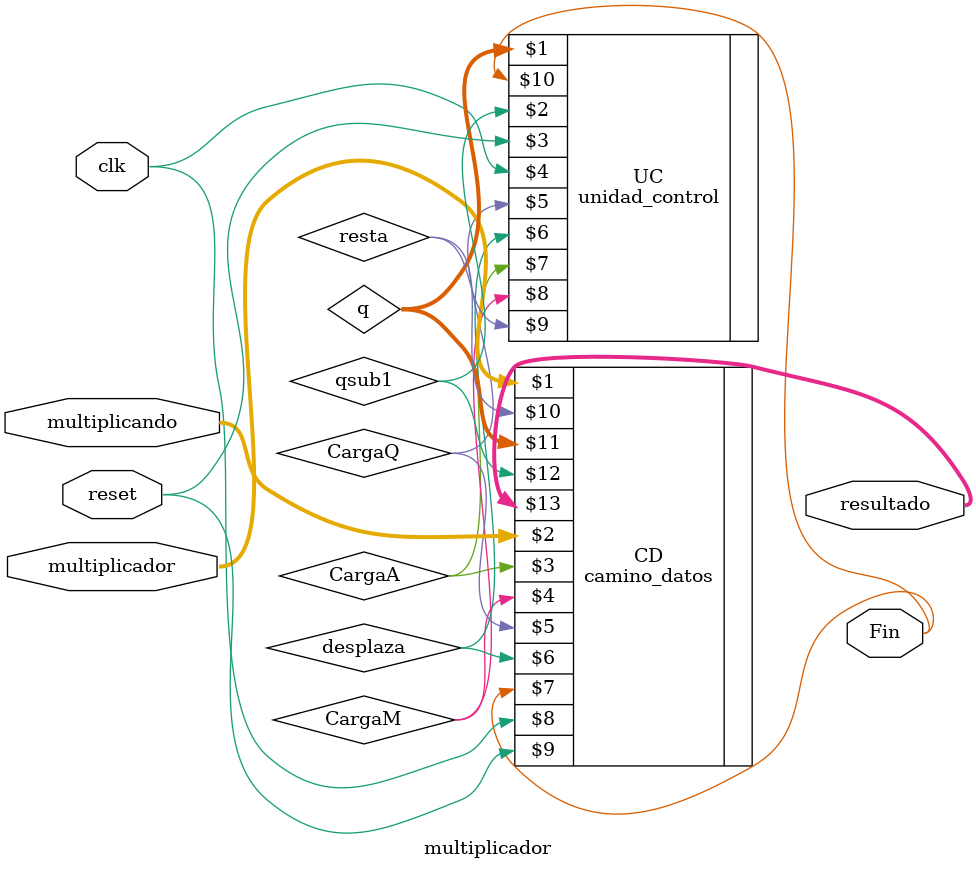
<source format=v>
module multiplicador (input wire [2:0] multiplicando, multiplicador, input wire clk, reset, output wire [5:0] resultado, output wire Fin);
  // Salida de CD con Q, de la cual cogeremos el q0 para poder pasarlo a la UC y poder controlar que operacion hacer junto con qsub1, que viene del FlipFlop
  wire [2:0] q; 
  wire CargaA, CargaM, CargaQ, desplaza,  resta, qsub1;
  // module camino_datos (input wire [2:0] entrada_q, entrada_m, input wire CargaA, CargaQ, CargaM, desplaza, 
  //                      clk, reset, resta, input wire [2:0] salida_q, output wire qsub1);
  camino_datos CD(multiplicador, multiplicando, CargaA, CargaM, CargaQ, desplaza, Fin, clk, reset, resta, q, qsub1, resultado);
  // module unidad_control (input wire q0, qsub1, reset, clk, output wire CargaQ, DesplazaAQ, CargaA, CargaM, Fin);
  unidad_control UC(q, qsub1, reset, clk, CargaQ, desplaza, CargaA, CargaM, resta, Fin);
endmodule


</source>
